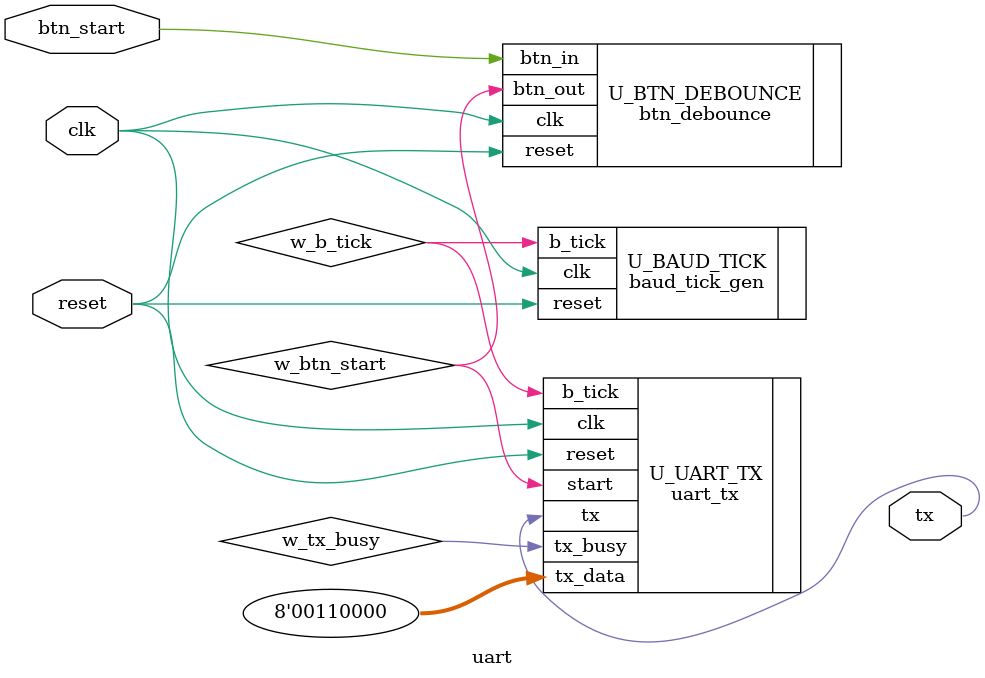
<source format=v>
`timescale 1ns / 1ps


module uart(
    input clk,
    input reset,
    input btn_start,
    output tx // busy -> top dptj skrksmsrj dksla
    );
    
    wire w_b_tick;
    wire w_tx_busy;
    wire w_btn_start;

    btn_debounce U_BTN_DEBOUNCE (
        .clk(clk),
        .reset(reset),
        .btn_in(btn_start),
        .btn_out(w_btn_start)
    );

    uart_tx U_UART_TX (
        .clk(clk),
        .reset(reset),
        .start(w_btn_start),
        .b_tick(w_b_tick),
        .tx_data(8'h30),
        .tx_busy(w_tx_busy),
        .tx    (tx)
    );
    baud_tick_gen U_BAUD_TICK (
        .clk(clk),
        .reset(reset),
        .b_tick(w_b_tick)
    );
endmodule

</source>
